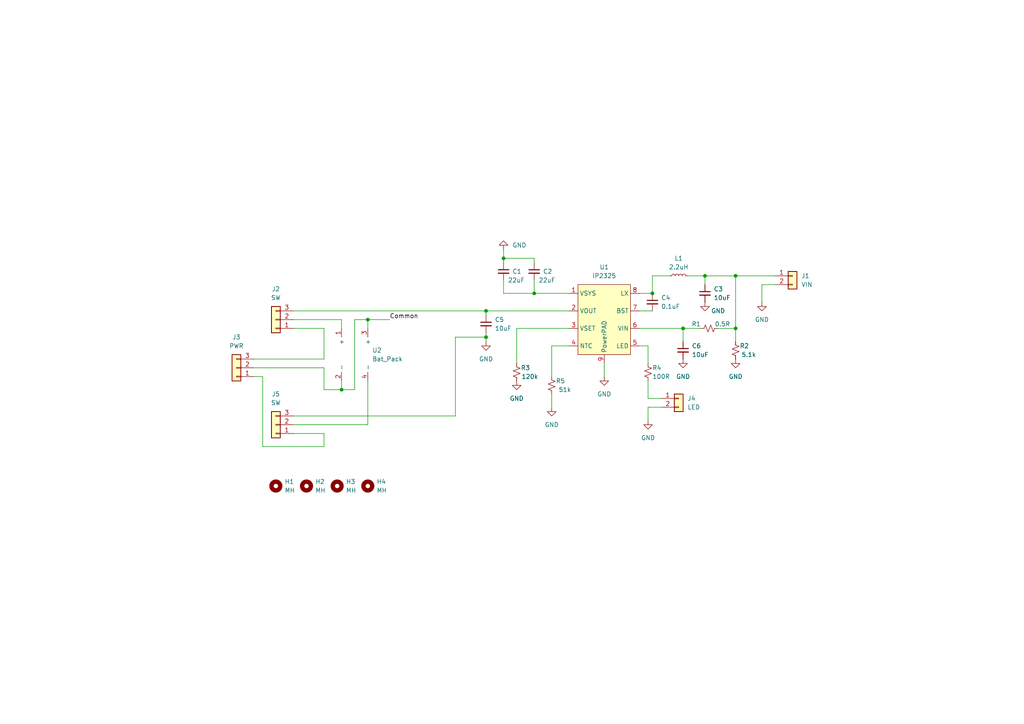
<source format=kicad_sch>
(kicad_sch (version 20211123) (generator eeschema)
  (paper "A4")
  (lib_symbols
    (symbol "Connector_Generic:Conn_01x02" (pin_names (offset 1.016) hide)
      (property "Reference" "J" (at 0 2.54 0))
      (property "Value" "Conn_01x02" (at 0 -5.08 0))
      (symbol "Conn_01x02_1_1"
        (rectangle (start -1.27 -2.413) (end 0 -2.667) (stroke (width 0.1524)))
        (rectangle (start -1.27 0.127) (end 0 -0.127) (stroke (width 0.1524)))
        (rectangle (start -1.27 1.27) (end 1.27 -3.81) (stroke (width 0.254)) (fill (type background)))
        (pin passive line (at -5.08 0 0) (length 3.81) (name "Pin_1") (number "1"))
        (pin passive line (at -5.08 -2.54 0) (length 3.81) (name "Pin_2") (number "2"))
      )
    )
    (symbol "Connector_Generic:Conn_01x03" (pin_names (offset 1.016) hide)
      (property "Reference" "J" (at 0 5.08 0))
      (property "Value" "Conn_01x03" (at 0 -5.08 0))
      (symbol "Conn_01x03_1_1"
        (rectangle (start -1.27 -2.413) (end 0 -2.667) (stroke (width 0.1524)))
        (rectangle (start -1.27 0.127) (end 0 -0.127) (stroke (width 0.1524)))
        (rectangle (start -1.27 2.667) (end 0 2.413) (stroke (width 0.1524)))
        (rectangle (start -1.27 3.81) (end 1.27 -3.81) (stroke (width 0.254)) (fill (type background)))
        (pin passive line (at -5.08 2.54 0) (length 3.81) (name "Pin_1") (number "1"))
        (pin passive line (at -5.08 0 0) (length 3.81) (name "Pin_2") (number "2"))
        (pin passive line (at -5.08 -2.54 0) (length 3.81) (name "Pin_3") (number "3"))
      )
    )
    (symbol "Device:C_Small" (pin_numbers hide) (pin_names (offset 0.254) hide)
      (property "Reference" "C" (at 0.254 1.778 0))
      (property "Value" "C_Small" (at 0.254 -2.032 0))
      (symbol "C_Small_0_1"
        (polyline (pts (xy -1.524 -0.508) (xy 1.524 -0.508)) (stroke (width 0.3302)))
        (polyline (pts (xy -1.524 0.508) (xy 1.524 0.508)) (stroke (width 0.3048)))
      )
      (symbol "C_Small_1_1"
        (pin passive line (at 0 2.54 270) (length 2.032) (name "~") (number "1"))
        (pin passive line (at 0 -2.54 90) (length 2.032) (name "~") (number "2"))
      )
    )
    (symbol "Device:L_Small" (pin_numbers hide) (pin_names (offset 0.254) hide)
      (property "Reference" "L" (at 0.762 1.016 0))
      (property "Value" "L_Small" (at 0.762 -1.016 0))
      (symbol "L_Small_0_1"
        (arc (start 0 -2.032) (mid 0.508 -1.524) (end 0 -1.016))
        (arc (start 0 -1.016) (mid 0.508 -0.508) (end 0 0))
        (arc (start 0 0) (mid 0.508 0.508) (end 0 1.016))
        (arc (start 0 1.016) (mid 0.508 1.524) (end 0 2.032))
      )
      (symbol "L_Small_1_1"
        (pin passive line (at 0 2.54 270) (length 0.508) (name "~") (number "1"))
        (pin passive line (at 0 -2.54 90) (length 0.508) (name "~") (number "2"))
      )
    )
    (symbol "Device:R_Small_US" (pin_numbers hide) (pin_names (offset 0.254) hide)
      (property "Reference" "R" (at 0.762 0.508 0))
      (property "Value" "R_Small_US" (at 0.762 -1.016 0))
      (symbol "R_Small_US_1_1"
        (polyline (pts (xy 0 0) (xy 1.016 -0.381) (xy 0 -0.762) (xy -1.016 -1.143) (xy 0 -1.524)))
        (polyline (pts (xy 0 1.524) (xy 1.016 1.143) (xy 0 0.762) (xy -1.016 0.381) (xy 0 0)))
        (pin passive line (at 0 2.54 270) (length 1.016) (name "~") (number "1"))
        (pin passive line (at 0 -2.54 90) (length 1.016) (name "~") (number "2"))
      )
    )
    (symbol "Mechanical:MountingHole" (pin_names (offset 1.016))
      (property "Reference" "H" (at 0 5.08 0))
      (property "Value" "MountingHole" (at 0 3.175 0))
      (symbol "MountingHole_0_1"
        (circle (center 0 0) (radius 1.27) (stroke (width 1.27)))
      )
    )
    (symbol "NoiseAMP_BAT:Bat_Pack"
      (property "Reference" "U" (at 0 2.54 0))
      (property "Value" "Bat_Pack" (at 0 0 0))
      (symbol "Bat_Pack_1_1"
        (pin bidirectional line (at -3.81 7.62 270) (length 2.54) (name "+") (number "1"))
        (pin bidirectional line (at -3.81 -7.62 90) (length 2.54) (name "-") (number "2"))
        (pin bidirectional line (at 3.81 7.62 270) (length 2.54) (name "+") (number "3"))
        (pin bidirectional line (at 3.81 -7.62 90) (length 2.54) (name "-") (number "4"))
      )
    )
    (symbol "NoiseAMP_BAT:IP2325"
      (property "Reference" "U" (at 0 13.97 0))
      (property "Value" "IP2325" (at 0 11.43 0))
      (symbol "IP2325_0_1"
        (rectangle (start -7.62 10.16) (end 7.62 -10.16) (fill (type background)))
      )
      (symbol "IP2325_1_1"
        (pin bidirectional line (at -10.16 7.62 0) (length 2.54) (name "VSYS") (number "1"))
        (pin bidirectional line (at -10.16 2.54 0) (length 2.54) (name "VOUT") (number "2"))
        (pin bidirectional line (at -10.16 -2.54 0) (length 2.54) (name "VSET") (number "3"))
        (pin bidirectional line (at -10.16 -7.62 0) (length 2.54) (name "NTC") (number "4"))
        (pin bidirectional line (at 10.16 -7.62 180) (length 2.54) (name "LED") (number "5"))
        (pin bidirectional line (at 10.16 -2.54 180) (length 2.54) (name "VIN") (number "6"))
        (pin bidirectional line (at 10.16 2.54 180) (length 2.54) (name "BST") (number "7"))
        (pin bidirectional line (at 10.16 7.62 180) (length 2.54) (name "LX") (number "8"))
        (pin bidirectional line (at 0 -12.7 90) (length 2.54) (name "PowerPAD") (number "9"))
      )
    )
    (symbol "power:GND" (power) (pin_names (offset 0))
      (property "Value" "GND" (at 0 -3.81 0))
      (symbol "GND_0_1"
        (polyline (pts (xy 0 0) (xy 0 -1.27) (xy 1.27 -1.27) (xy 0 -2.54) (xy -1.27 -1.27) (xy 0 -1.27)))
      )
      (symbol "GND_1_1"
        (pin power_in line (at 0 0 270) (length 0) hide (name "GND") (number "1"))
      )
    )
  )
  (junction (at 140.97 97.79))
  (junction (at 204.47 80.01))
  (junction (at 198.12 95.25))
  (junction (at 189.23 85.09))
  (junction (at 106.68 92.71))
  (junction (at 213.36 95.25))
  (junction (at 99.06 113.03))
  (junction (at 213.36 80.01))
  (junction (at 146.05 74.93))
  (junction (at 140.97 90.17))
  (junction (at 154.94 85.09))
  (wire (pts (xy 185.42 100.33) (xy 187.96 100.33)))
  (wire (pts (xy 185.42 90.17) (xy 189.23 90.17)))
  (wire (pts (xy 93.98 129.54) (xy 76.2 129.54)))
  (wire (pts (xy 102.87 92.71) (xy 106.68 92.71)))
  (wire (pts (xy 76.2 129.54) (xy 76.2 109.22)))
  (wire (pts (xy 146.05 72.39) (xy 146.05 74.93)))
  (wire (pts (xy 160.02 100.33) (xy 165.1 100.33)))
  (wire (pts (xy 93.98 95.25) (xy 93.98 104.14)))
  (wire (pts (xy 187.96 118.11) (xy 191.77 118.11)))
  (wire (pts (xy 85.09 90.17) (xy 140.97 90.17)))
  (wire (pts (xy 187.96 115.57) (xy 187.96 110.49)))
  (wire (pts (xy 154.94 81.28) (xy 154.94 85.09)))
  (wire (pts (xy 146.05 74.93) (xy 146.05 76.2)))
  (wire (pts (xy 154.94 74.93) (xy 146.05 74.93)))
  (wire (pts (xy 194.31 80.01) (xy 189.23 80.01)))
  (wire (pts (xy 198.12 95.25) (xy 185.42 95.25)))
  (wire (pts (xy 132.08 97.79) (xy 140.97 97.79)))
  (wire (pts (xy 93.98 106.68) (xy 93.98 113.03)))
  (wire (pts (xy 198.12 95.25) (xy 203.2 95.25)))
  (wire (pts (xy 85.09 123.19) (xy 106.68 123.19)))
  (wire (pts (xy 213.36 80.01) (xy 224.79 80.01)))
  (wire (pts (xy 165.1 95.25) (xy 149.86 95.25)))
  (wire (pts (xy 187.96 105.41) (xy 187.96 100.33)))
  (wire (pts (xy 213.36 95.25) (xy 213.36 99.06)))
  (wire (pts (xy 220.98 82.55) (xy 224.79 82.55)))
  (wire (pts (xy 185.42 85.09) (xy 189.23 85.09)))
  (wire (pts (xy 93.98 113.03) (xy 99.06 113.03)))
  (wire (pts (xy 140.97 90.17) (xy 165.1 90.17)))
  (wire (pts (xy 85.09 95.25) (xy 93.98 95.25)))
  (wire (pts (xy 140.97 99.06) (xy 140.97 97.79)))
  (wire (pts (xy 191.77 115.57) (xy 187.96 115.57)))
  (wire (pts (xy 102.87 113.03) (xy 102.87 92.71)))
  (wire (pts (xy 175.26 105.41) (xy 175.26 109.22)))
  (wire (pts (xy 154.94 85.09) (xy 146.05 85.09)))
  (wire (pts (xy 73.66 106.68) (xy 93.98 106.68)))
  (wire (pts (xy 154.94 76.2) (xy 154.94 74.93)))
  (wire (pts (xy 85.09 120.65) (xy 132.08 120.65)))
  (wire (pts (xy 140.97 91.44) (xy 140.97 90.17)))
  (wire (pts (xy 132.08 120.65) (xy 132.08 97.79)))
  (wire (pts (xy 220.98 87.63) (xy 220.98 82.55)))
  (wire (pts (xy 76.2 109.22) (xy 73.66 109.22)))
  (wire (pts (xy 106.68 123.19) (xy 106.68 110.49)))
  (wire (pts (xy 99.06 110.49) (xy 99.06 113.03)))
  (wire (pts (xy 93.98 104.14) (xy 73.66 104.14)))
  (wire (pts (xy 160.02 114.3) (xy 160.02 118.11)))
  (wire (pts (xy 213.36 80.01) (xy 213.36 95.25)))
  (wire (pts (xy 106.68 92.71) (xy 106.68 95.25)))
  (wire (pts (xy 198.12 99.06) (xy 198.12 95.25)))
  (wire (pts (xy 204.47 80.01) (xy 213.36 80.01)))
  (wire (pts (xy 93.98 125.73) (xy 93.98 129.54)))
  (wire (pts (xy 187.96 121.92) (xy 187.96 118.11)))
  (wire (pts (xy 160.02 109.22) (xy 160.02 100.33)))
  (wire (pts (xy 99.06 95.25) (xy 99.06 92.71)))
  (wire (pts (xy 106.68 92.71) (xy 113.03 92.71)))
  (wire (pts (xy 165.1 85.09) (xy 154.94 85.09)))
  (wire (pts (xy 208.28 95.25) (xy 213.36 95.25)))
  (wire (pts (xy 85.09 125.73) (xy 93.98 125.73)))
  (wire (pts (xy 189.23 80.01) (xy 189.23 85.09)))
  (wire (pts (xy 99.06 113.03) (xy 102.87 113.03)))
  (wire (pts (xy 204.47 80.01) (xy 199.39 80.01)))
  (wire (pts (xy 140.97 97.79) (xy 140.97 96.52)))
  (wire (pts (xy 149.86 95.25) (xy 149.86 105.41)))
  (wire (pts (xy 146.05 85.09) (xy 146.05 81.28)))
  (wire (pts (xy 204.47 82.55) (xy 204.47 80.01)))
  (wire (pts (xy 99.06 92.71) (xy 85.09 92.71)))
  (label "Common" (at 113.03 92.71 0))
  (symbol (lib_id "Device:C_Small") (at 140.97 93.98 0) (unit 1)
    (property "Reference" "C5" (at 143.51 92.7162 0) (effects (justify left)))
    (property "Value" "10uF" (at 143.51 95.2562 0) (effects (justify left)))
    (property "Footprint" "Capacitor_SMD:C_1206_3216Metric" (effects hide))
  )
  (symbol (lib_id "Device:C_Small") (at 198.12 101.6 0) (unit 1)
    (property "Reference" "C6" (at 200.66 100.3362 0) (effects (justify left)))
    (property "Value" "10uF" (at 200.66 102.8762 0) (effects (justify left)))
    (property "Footprint" "Capacitor_SMD:C_1206_3216Metric" (effects hide))
  )
  (symbol (lib_id "Device:R_Small_US") (at 213.36 101.6 180) (unit 1)
    (property "Reference" "R2" (at 215.9 100.33 0))
    (property "Value" "5.1k" (at 217.17 102.87 0))
    (property "Footprint" "Resistor_SMD:R_0805_2012Metric" (effects hide))
  )
  (symbol (lib_id "power:GND") (at 220.98 87.63 0) (unit 1)
    (property "Reference" "#PWR?" (effects hide))
    (property "Value" "GND" (at 220.98 92.71 0))
  )
  (symbol (lib_id "Device:C_Small") (at 189.23 87.63 0) (unit 1)
    (property "Reference" "C4" (at 191.77 86.3662 0) (effects (justify left)))
    (property "Value" "0.1uF" (at 191.77 88.9062 0) (effects (justify left)))
    (property "Footprint" "Capacitor_SMD:C_0805_2012Metric" (effects hide))
  )
  (symbol (lib_id "power:GND") (at 146.05 72.39 180) (unit 1)
    (property "Reference" "#PWR01" (effects hide))
    (property "Value" "GND" (at 148.59 71.1199 0) (effects (justify right)))
  )
  (symbol (lib_id "Device:C_Small") (at 146.05 78.74 0) (unit 1)
    (property "Reference" "C1" (at 148.59 78.74 0) (effects (justify left)))
    (property "Value" "22uF" (at 147.32 81.28 0) (effects (justify left)))
    (property "Footprint" "Capacitor_SMD:C_1206_3216Metric" (effects hide))
  )
  (symbol (lib_id "Connector_Generic:Conn_01x02") (at 196.85 115.57 0) (unit 1)
    (property "Reference" "J4" (at 199.39 115.5699 0) (effects (justify left)))
    (property "Value" "LED" (at 199.39 118.1099 0) (effects (justify left)))
    (property "Footprint" "Connector_JST:JST_XA_B02B-XASK-1_1x02_P2.50mm_Vertical" (effects hide))
  )
  (symbol (lib_id "Mechanical:MountingHole") (at 106.68 140.97 0) (unit 1)
    (property "Reference" "H4" (at 109.22 139.6999 0) (effects (justify left)))
    (property "Value" "MH" (at 109.22 142.2399 0) (effects (justify left)))
    (property "Footprint" "MountingHole:MountingHole_3.2mm_M3_ISO7380" (effects hide))
  )
  (symbol (lib_id "Connector_Generic:Conn_01x02") (at 229.87 80.01 0) (unit 1)
    (property "Reference" "J1" (at 232.41 80.0099 0) (effects (justify left)))
    (property "Value" "VIN" (at 232.41 82.5499 0) (effects (justify left)))
    (property "Footprint" "Connector_JST:JST_XA_B02B-XASK-1_1x02_P2.50mm_Vertical" (effects hide))
  )
  (symbol (lib_id "NoiseAMP_BAT:IP2325") (at 175.26 92.71 0) (unit 1)
    (property "Reference" "U1" (at 175.26 77.47 0))
    (property "Value" "IP2325" (at 175.26 80.01 0))
    (property "Footprint" "Package_SO:SOIC-8-1EP_3.9x4.9mm_P1.27mm_EP2.29x3mm" (effects hide))
  )
  (symbol (lib_id "NoiseAMP_BAT:Bat_Pack") (at 102.87 102.87 0) (unit 1)
    (property "Reference" "U2" (at 107.95 101.5999 0) (effects (justify left)))
    (property "Value" "Bat_Pack" (at 107.95 104.1399 0) (effects (justify left)))
    (property "Footprint" "NoiseAMP_PCBLib:2AA_CELL" (effects hide))
  )
  (symbol (lib_id "power:GND") (at 149.86 110.49 0) (unit 1)
    (property "Reference" "#PWR07" (effects hide))
    (property "Value" "GND" (at 149.86 115.57 0))
  )
  (symbol (lib_id "power:GND") (at 140.97 99.06 0) (unit 1)
    (property "Reference" "#PWR03" (effects hide))
    (property "Value" "GND" (at 140.97 104.14 0))
  )
  (symbol (lib_id "Device:R_Small_US") (at 205.74 95.25 90) (unit 1)
    (property "Reference" "R1" (at 201.93 93.98 90))
    (property "Value" "0.5R" (at 209.55 93.98 90))
    (property "Footprint" "Resistor_SMD:R_0805_2012Metric" (effects hide))
  )
  (symbol (lib_id "Device:C_Small") (at 204.47 85.09 0) (unit 1)
    (property "Reference" "C3" (at 207.01 83.8262 0) (effects (justify left)))
    (property "Value" "10uF" (at 207.01 86.3662 0) (effects (justify left)))
    (property "Footprint" "Capacitor_SMD:C_1206_3216Metric" (effects hide))
  )
  (symbol (lib_id "Device:R_Small_US") (at 187.96 107.95 180) (unit 1)
    (property "Reference" "R4" (at 190.5 106.68 0))
    (property "Value" "100R" (at 191.77 109.22 0))
    (property "Footprint" "Resistor_SMD:R_0805_2012Metric" (effects hide))
  )
  (symbol (lib_id "power:GND") (at 213.36 104.14 0) (unit 1)
    (property "Reference" "#PWR05" (effects hide))
    (property "Value" "GND" (at 213.36 109.22 0))
  )
  (symbol (lib_id "Device:L_Small") (at 196.85 80.01 90) (unit 1)
    (property "Reference" "L1" (at 196.85 74.93 90))
    (property "Value" "2.2uH" (at 196.85 77.47 90))
    (property "Footprint" "Inductor_SMD:L_Sumida_CDMC6D28_7.25x6.5mm" (effects hide))
  )
  (symbol (lib_id "Device:R_Small_US") (at 149.86 107.95 180) (unit 1)
    (property "Reference" "R3" (at 152.4 106.68 0))
    (property "Value" "120k" (at 153.67 109.22 0))
    (property "Footprint" "Resistor_SMD:R_0805_2012Metric" (effects hide))
  )
  (symbol (lib_id "power:GND") (at 160.02 118.11 0) (unit 1)
    (property "Reference" "#PWR08" (effects hide))
    (property "Value" "GND" (at 160.02 123.19 0))
  )
  (symbol (lib_id "power:GND") (at 187.96 121.92 0) (unit 1)
    (property "Reference" "#PWR09" (effects hide))
    (property "Value" "GND" (at 187.96 127 0))
  )
  (symbol (lib_id "Device:R_Small_US") (at 160.02 111.76 180) (unit 1)
    (property "Reference" "R5" (at 162.56 110.49 0))
    (property "Value" "51k" (at 163.83 113.03 0))
    (property "Footprint" "Resistor_SMD:R_0805_2012Metric" (effects hide))
  )
  (symbol (lib_id "Mechanical:MountingHole") (at 88.9 140.97 0) (unit 1)
    (property "Reference" "H2" (at 91.44 139.6999 0) (effects (justify left)))
    (property "Value" "MH" (at 91.44 142.2399 0) (effects (justify left)))
    (property "Footprint" "MountingHole:MountingHole_3.2mm_M3_ISO7380" (effects hide))
  )
  (symbol (lib_id "power:GND") (at 175.26 109.22 0) (unit 1)
    (property "Reference" "#PWR06" (effects hide))
    (property "Value" "GND" (at 175.26 114.3 0))
  )
  (symbol (lib_id "Device:C_Small") (at 154.94 78.74 0) (unit 1)
    (property "Reference" "C2" (at 157.48 78.74 0) (effects (justify left)))
    (property "Value" "22uF" (at 156.21 81.28 0) (effects (justify left)))
    (property "Footprint" "Capacitor_SMD:C_1206_3216Metric" (effects hide))
  )
  (symbol (lib_id "power:GND") (at 198.12 104.14 0) (unit 1)
    (property "Reference" "#PWR04" (effects hide))
    (property "Value" "GND" (at 198.12 109.22 0))
  )
  (symbol (lib_id "Connector_Generic:Conn_01x03") (at 68.58 106.68 180) (unit 1)
    (property "Reference" "J3" (at 68.58 97.79 0))
    (property "Value" "PWR" (at 68.58 100.33 0))
    (property "Footprint" "Connector_JST:JST_XA_B03B-XASK-1_1x03_P2.50mm_Vertical" (effects hide))
  )
  (symbol (lib_id "power:GND") (at 204.47 87.63 0) (unit 1)
    (property "Reference" "#PWR02" (effects hide))
    (property "Value" "GND" (at 208.28 90.17 0))
  )
  (symbol (lib_id "Mechanical:MountingHole") (at 97.79 140.97 0) (unit 1)
    (property "Reference" "H3" (at 100.33 139.6999 0) (effects (justify left)))
    (property "Value" "MH" (at 100.33 142.2399 0) (effects (justify left)))
    (property "Footprint" "MountingHole:MountingHole_3.2mm_M3_ISO7380" (effects hide))
  )
  (symbol (lib_id "Connector_Generic:Conn_01x03") (at 80.01 123.19 180) (unit 1)
    (property "Reference" "J5" (at 80.01 114.3 0))
    (property "Value" "SW" (at 80.01 116.84 0))
    (property "Footprint" "Connector_JST:JST_XA_B03B-XASK-1_1x03_P2.50mm_Vertical" (effects hide))
  )
  (symbol (lib_id "Connector_Generic:Conn_01x03") (at 80.01 92.71 180) (unit 1)
    (property "Reference" "J2" (at 80.01 83.82 0))
    (property "Value" "SW" (at 80.01 86.36 0))
    (property "Footprint" "Connector_JST:JST_XA_B03B-XASK-1_1x03_P2.50mm_Vertical" (effects hide))
  )
  (symbol (lib_id "Mechanical:MountingHole") (at 80.01 140.97 0) (unit 1)
    (property "Reference" "H1" (at 82.55 139.6999 0) (effects (justify left)))
    (property "Value" "MH" (at 82.55 142.2399 0) (effects (justify left)))
    (property "Footprint" "MountingHole:MountingHole_3.2mm_M3_ISO7380" (effects hide))
  )
)
</source>
